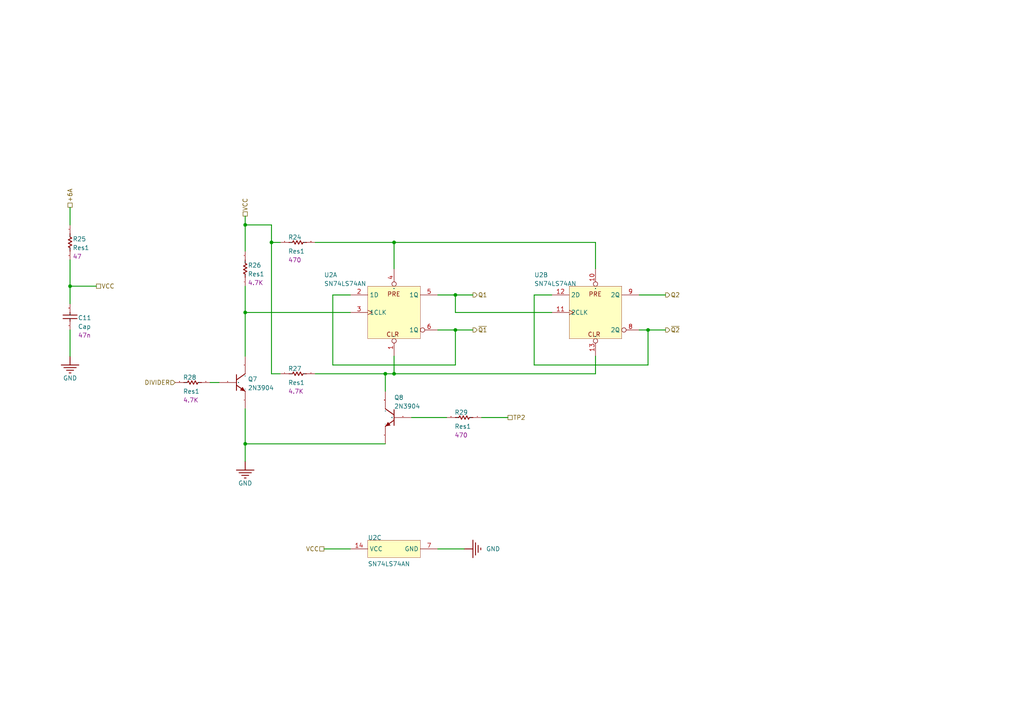
<source format=kicad_sch>
(kicad_sch (version 20230819) (generator eeschema)

  (uuid 762fe07d-3676-43fc-ba1c-93073a51989e)

  (paper "A4")

  (lib_symbols
    (symbol "PortusHaywoodDecoder_Divider-altium-import:GND" (power) (exclude_from_sim no) (in_bom yes) (on_board yes)
      (property "Reference" "#PWR" (at 0 0 0)
        (effects (font (size 1.27 1.27)))
      )
      (property "Value" "GND" (at 0 6.35 0)
        (effects (font (size 1.27 1.27)))
      )
      (property "Footprint" "" (at 0 0 0)
        (effects (font (size 1.27 1.27)) hide)
      )
      (property "Datasheet" "" (at 0 0 0)
        (effects (font (size 1.27 1.27)) hide)
      )
      (property "Description" "Power symbol creates a global label with name 'GND'" (at 0 0 0)
        (effects (font (size 1.27 1.27)) hide)
      )
      (property "ki_keywords" "power-flag" (at 0 0 0)
        (effects (font (size 1.27 1.27)) hide)
      )
      (symbol "GND_0_0"
        (polyline
          (pts
            (xy -2.54 -2.54)
            (xy 2.54 -2.54)
          )
          (stroke (width 0.254) (type solid))
          (fill (type none))
        )
        (polyline
          (pts
            (xy -1.778 -3.302)
            (xy 1.778 -3.302)
          )
          (stroke (width 0.254) (type solid))
          (fill (type none))
        )
        (polyline
          (pts
            (xy -1.016 -4.064)
            (xy 1.016 -4.064)
          )
          (stroke (width 0.254) (type solid))
          (fill (type none))
        )
        (polyline
          (pts
            (xy -0.254 -4.826)
            (xy 0.254 -4.826)
          )
          (stroke (width 0.254) (type solid))
          (fill (type none))
        )
        (polyline
          (pts
            (xy 0 0)
            (xy 0 -2.54)
          )
          (stroke (width 0.254) (type solid))
          (fill (type none))
        )
        (pin power_in line (at 0 0 0) (length 0) hide
          (name "GND" (effects (font (size 1.27 1.27))))
          (number "" (effects (font (size 1.27 1.27))))
        )
      )
    )
    (symbol "PortusHaywoodDecoder_Divider-altium-import:root_0_2N3904" (exclude_from_sim no) (in_bom yes) (on_board yes)
      (property "Reference" "" (at 0 0 0)
        (effects (font (size 1.27 1.27)))
      )
      (property "Value" "" (at 0 0 0)
        (effects (font (size 1.27 1.27)))
      )
      (property "Footprint" "" (at 0 0 0)
        (effects (font (size 1.27 1.27)) hide)
      )
      (property "Datasheet" "" (at 0 0 0)
        (effects (font (size 1.27 1.27)) hide)
      )
      (property "Description" "NPN General Purpose Amplifier" (at 0 0 0)
        (effects (font (size 1.27 1.27)) hide)
      )
      (property "ki_fp_filters" "TO-92A" (at 0 0 0)
        (effects (font (size 1.27 1.27)) hide)
      )
      (symbol "root_0_2N3904_1_0"
        (polyline
          (pts
            (xy 0 -3.302)
            (xy 2.54 -5.08)
          )
          (stroke (width 0.254) (type solid))
          (fill (type none))
        )
        (polyline
          (pts
            (xy 0 -0.254)
            (xy 0 -4.826)
          )
          (stroke (width 0.254) (type solid))
          (fill (type none))
        )
        (polyline
          (pts
            (xy 2.54 0)
            (xy 0 -1.778)
          )
          (stroke (width 0.254) (type solid))
          (fill (type none))
        )
        (polyline
          (pts
            (xy 2.54 -5.08)
            (xy 1.778 -3.81)
            (xy 1.016 -4.826)
            (xy 2.54 -5.08)
          )
          (stroke (width -0.0001) (type solid))
          (fill (type outline))
        )
        (pin passive line (at 2.54 -10.16 90) (length 5.08)
          (name "E" (effects (font (size 0.0254 0.0254))))
          (number "1" (effects (font (size 0.0254 0.0254))))
        )
        (pin passive line (at -5.08 -2.54 0) (length 5.08)
          (name "B" (effects (font (size 0.0254 0.0254))))
          (number "2" (effects (font (size 0.0254 0.0254))))
        )
        (pin passive line (at 2.54 5.08 270) (length 5.08)
          (name "C" (effects (font (size 0.0254 0.0254))))
          (number "3" (effects (font (size 0.0254 0.0254))))
        )
      )
    )
    (symbol "PortusHaywoodDecoder_Divider-altium-import:root_0_Res1" (exclude_from_sim no) (in_bom yes) (on_board yes)
      (property "Reference" "" (at 0 0 0)
        (effects (font (size 1.27 1.27)))
      )
      (property "Value" "" (at 0 0 0)
        (effects (font (size 1.27 1.27)))
      )
      (property "Footprint" "" (at 0 0 0)
        (effects (font (size 1.27 1.27)) hide)
      )
      (property "Datasheet" "" (at 0 0 0)
        (effects (font (size 1.27 1.27)) hide)
      )
      (property "Description" "Resistor" (at 0 0 0)
        (effects (font (size 1.27 1.27)) hide)
      )
      (property "ki_fp_filters" "AXIAL-0.3" (at 0 0 0)
        (effects (font (size 1.27 1.27)) hide)
      )
      (symbol "root_0_Res1_1_0"
        (polyline
          (pts
            (xy 5.08 -2.54)
            (xy 4.064 -2.54)
            (xy 3.81 -3.048)
            (xy 3.302 -2.032)
            (xy 2.794 -3.048)
            (xy 2.286 -2.032)
            (xy 1.778 -3.048)
            (xy 1.27 -2.032)
            (xy 1.016 -2.54)
            (xy 0 -2.54)
          )
          (stroke (width 0.254) (type solid))
          (fill (type none))
        )
        (pin passive line (at -2.54 -2.54 0) (length 2.54)
          (name "1" (effects (font (size 0.0254 0.0254))))
          (number "1" (effects (font (size 0.0254 0.0254))))
        )
        (pin passive line (at 7.62 -2.54 180) (length 2.54)
          (name "2" (effects (font (size 0.0254 0.0254))))
          (number "2" (effects (font (size 0.0254 0.0254))))
        )
      )
    )
    (symbol "PortusHaywoodDecoder_Divider-altium-import:root_0_TI-CD_SNX4XXXX74X-14" (exclude_from_sim no) (in_bom yes) (on_board yes)
      (property "Reference" "" (at 0 0 0)
        (effects (font (size 1.27 1.27)))
      )
      (property "Value" "" (at 0 0 0)
        (effects (font (size 1.27 1.27)))
      )
      (property "Footprint" "" (at 0 0 0)
        (effects (font (size 1.27 1.27)) hide)
      )
      (property "Datasheet" "" (at 0 0 0)
        (effects (font (size 1.27 1.27)) hide)
      )
      (property "Description" "Dual D-type pos.-edge-triggered flip-flops with preset and clear, N0014A, TUBE" (at 0 0 0)
        (effects (font (size 1.27 1.27)) hide)
      )
      (property "ki_fp_filters" "N0014A" (at 0 0 0)
        (effects (font (size 1.27 1.27)) hide)
      )
      (symbol "root_0_TI-CD_SNX4XXXX74X-14_1_0"
        (rectangle (start 15.24 0) (end 0 -15.24)
          (stroke (width 0.0254) (type solid) (color 128 0 0 1))
          (fill (type background))
        )
        (text "CLR" (at 5.334 -14.732 0)
          (effects (font (size 1.27 1.27)) (justify left bottom))
        )
        (text "PRE" (at 5.588 -3.048 0)
          (effects (font (size 1.27 1.27)) (justify left bottom))
        )
        (pin input inverted (at 7.62 -20.32 90) (length 5.08)
          (name "1~{CLR}" (effects (font (size 0.0254 0.0254))))
          (number "1" (effects (font (size 1.27 1.27))))
        )
        (pin input line (at -5.08 -2.54 0) (length 5.08)
          (name "1D" (effects (font (size 1.27 1.27))))
          (number "2" (effects (font (size 1.27 1.27))))
        )
        (pin input clock (at -5.08 -7.62 0) (length 5.08)
          (name "1CLK" (effects (font (size 1.27 1.27))))
          (number "3" (effects (font (size 1.27 1.27))))
        )
        (pin input inverted (at 7.62 5.08 270) (length 5.08)
          (name "1~{PRE}" (effects (font (size 0.0254 0.0254))))
          (number "4" (effects (font (size 1.27 1.27))))
        )
        (pin output line (at 20.32 -2.54 180) (length 5.08)
          (name "1Q" (effects (font (size 1.27 1.27))))
          (number "5" (effects (font (size 1.27 1.27))))
        )
        (pin output inverted (at 20.32 -12.7 180) (length 5.08)
          (name "1Q" (effects (font (size 1.27 1.27))))
          (number "6" (effects (font (size 1.27 1.27))))
        )
      )
      (symbol "root_0_TI-CD_SNX4XXXX74X-14_2_0"
        (rectangle (start 15.24 0) (end 0 -15.24)
          (stroke (width 0.0254) (type solid) (color 128 0 0 1))
          (fill (type background))
        )
        (text "CLR" (at 5.334 -14.732 0)
          (effects (font (size 1.27 1.27)) (justify left bottom))
        )
        (text "PRE" (at 5.588 -3.048 0)
          (effects (font (size 1.27 1.27)) (justify left bottom))
        )
        (pin input inverted (at 7.62 5.08 270) (length 5.08)
          (name "2~{PRE}" (effects (font (size 0.0254 0.0254))))
          (number "10" (effects (font (size 1.27 1.27))))
        )
        (pin input clock (at -5.08 -7.62 0) (length 5.08)
          (name "2CLK" (effects (font (size 1.27 1.27))))
          (number "11" (effects (font (size 1.27 1.27))))
        )
        (pin input line (at -5.08 -2.54 0) (length 5.08)
          (name "2D" (effects (font (size 1.27 1.27))))
          (number "12" (effects (font (size 1.27 1.27))))
        )
        (pin input inverted (at 7.62 -20.32 90) (length 5.08)
          (name "2~{CLR}" (effects (font (size 0.0254 0.0254))))
          (number "13" (effects (font (size 1.27 1.27))))
        )
        (pin output inverted (at 20.32 -12.7 180) (length 5.08)
          (name "2Q" (effects (font (size 1.27 1.27))))
          (number "8" (effects (font (size 1.27 1.27))))
        )
        (pin output line (at 20.32 -2.54 180) (length 5.08)
          (name "2Q" (effects (font (size 1.27 1.27))))
          (number "9" (effects (font (size 1.27 1.27))))
        )
      )
      (symbol "root_0_TI-CD_SNX4XXXX74X-14_3_0"
        (rectangle (start 15.24 0) (end 0 -5.08)
          (stroke (width 0.0254) (type solid) (color 128 0 0 1))
          (fill (type background))
        )
        (pin power_in line (at -5.08 -2.54 0) (length 5.08)
          (name "VCC" (effects (font (size 1.27 1.27))))
          (number "14" (effects (font (size 1.27 1.27))))
        )
        (pin power_in line (at 20.32 -2.54 180) (length 5.08)
          (name "GND" (effects (font (size 1.27 1.27))))
          (number "7" (effects (font (size 1.27 1.27))))
        )
      )
    )
    (symbol "PortusHaywoodDecoder_Divider-altium-import:root_0_mirrored_2N3904" (exclude_from_sim no) (in_bom yes) (on_board yes)
      (property "Reference" "" (at 0 0 0)
        (effects (font (size 1.27 1.27)))
      )
      (property "Value" "" (at 0 0 0)
        (effects (font (size 1.27 1.27)))
      )
      (property "Footprint" "" (at 0 0 0)
        (effects (font (size 1.27 1.27)) hide)
      )
      (property "Datasheet" "" (at 0 0 0)
        (effects (font (size 1.27 1.27)) hide)
      )
      (property "Description" "NPN General Purpose Amplifier" (at 0 0 0)
        (effects (font (size 1.27 1.27)) hide)
      )
      (property "ki_fp_filters" "TO-92A" (at 0 0 0)
        (effects (font (size 1.27 1.27)) hide)
      )
      (symbol "root_0_mirrored_2N3904_1_0"
        (polyline
          (pts
            (xy -2.54 0)
            (xy 0 -1.778)
          )
          (stroke (width 0.254) (type solid))
          (fill (type none))
        )
        (polyline
          (pts
            (xy 0 -3.302)
            (xy -2.54 -5.08)
          )
          (stroke (width 0.254) (type solid))
          (fill (type none))
        )
        (polyline
          (pts
            (xy 0 -0.254)
            (xy 0 -4.826)
          )
          (stroke (width 0.254) (type solid))
          (fill (type none))
        )
        (polyline
          (pts
            (xy -2.54 -5.08)
            (xy -1.778 -3.81)
            (xy -1.016 -4.826)
            (xy -2.54 -5.08)
          )
          (stroke (width -0.0001) (type solid))
          (fill (type outline))
        )
        (pin passive line (at -2.54 -10.16 90) (length 5.08)
          (name "E" (effects (font (size 0.0254 0.0254))))
          (number "1" (effects (font (size 0.0254 0.0254))))
        )
        (pin passive line (at 5.08 -2.54 180) (length 5.08)
          (name "B" (effects (font (size 0.0254 0.0254))))
          (number "2" (effects (font (size 0.0254 0.0254))))
        )
        (pin passive line (at -2.54 5.08 270) (length 5.08)
          (name "C" (effects (font (size 0.0254 0.0254))))
          (number "3" (effects (font (size 0.0254 0.0254))))
        )
      )
    )
    (symbol "PortusHaywoodDecoder_Divider-altium-import:root_1_Cap" (exclude_from_sim no) (in_bom yes) (on_board yes)
      (property "Reference" "" (at 0 0 0)
        (effects (font (size 1.27 1.27)))
      )
      (property "Value" "" (at 0 0 0)
        (effects (font (size 1.27 1.27)))
      )
      (property "Footprint" "" (at 0 0 0)
        (effects (font (size 1.27 1.27)) hide)
      )
      (property "Datasheet" "" (at 0 0 0)
        (effects (font (size 1.27 1.27)) hide)
      )
      (property "Description" "Capacitor" (at 0 0 0)
        (effects (font (size 1.27 1.27)) hide)
      )
      (property "ki_fp_filters" "RAD-0.3" (at 0 0 0)
        (effects (font (size 1.27 1.27)) hide)
      )
      (symbol "root_1_Cap_1_0"
        (polyline
          (pts
            (xy 0.508 1.778)
            (xy 4.572 1.778)
          )
          (stroke (width 0.254) (type solid))
          (fill (type none))
        )
        (polyline
          (pts
            (xy 2.54 0)
            (xy 2.54 0.762)
          )
          (stroke (width 0.254) (type solid))
          (fill (type none))
        )
        (polyline
          (pts
            (xy 2.54 2.54)
            (xy 2.54 1.778)
          )
          (stroke (width 0.254) (type solid))
          (fill (type none))
        )
        (polyline
          (pts
            (xy 4.572 0.762)
            (xy 0.508 0.762)
          )
          (stroke (width 0.254) (type solid))
          (fill (type none))
        )
        (pin passive line (at 2.54 -2.54 90) (length 2.54)
          (name "1" (effects (font (size 0.0254 0.0254))))
          (number "1" (effects (font (size 0.0254 0.0254))))
        )
        (pin passive line (at 2.54 5.08 270) (length 2.54)
          (name "2" (effects (font (size 0.0254 0.0254))))
          (number "2" (effects (font (size 0.0254 0.0254))))
        )
      )
    )
    (symbol "PortusHaywoodDecoder_Divider-altium-import:root_1_Res1" (exclude_from_sim no) (in_bom yes) (on_board yes)
      (property "Reference" "" (at 0 0 0)
        (effects (font (size 1.27 1.27)))
      )
      (property "Value" "" (at 0 0 0)
        (effects (font (size 1.27 1.27)))
      )
      (property "Footprint" "" (at 0 0 0)
        (effects (font (size 1.27 1.27)) hide)
      )
      (property "Datasheet" "" (at 0 0 0)
        (effects (font (size 1.27 1.27)) hide)
      )
      (property "Description" "Resistor" (at 0 0 0)
        (effects (font (size 1.27 1.27)) hide)
      )
      (property "ki_fp_filters" "AXIAL-0.3" (at 0 0 0)
        (effects (font (size 1.27 1.27)) hide)
      )
      (symbol "root_1_Res1_1_0"
        (polyline
          (pts
            (xy 2.54 5.08)
            (xy 2.54 4.064)
            (xy 3.048 3.81)
            (xy 2.032 3.302)
            (xy 3.048 2.794)
            (xy 2.032 2.286)
            (xy 3.048 1.778)
            (xy 2.032 1.27)
            (xy 2.54 1.016)
            (xy 2.54 0)
          )
          (stroke (width 0.254) (type solid))
          (fill (type none))
        )
        (pin passive line (at 2.54 -2.54 90) (length 2.54)
          (name "1" (effects (font (size 0.0254 0.0254))))
          (number "1" (effects (font (size 0.0254 0.0254))))
        )
        (pin passive line (at 2.54 7.62 270) (length 2.54)
          (name "2" (effects (font (size 0.0254 0.0254))))
          (number "2" (effects (font (size 0.0254 0.0254))))
        )
      )
    )
  )

  (junction (at 187.96 95.7072) (diameter 0) (color 0 0 0 0)
    (uuid 0cc8e7ef-3ca8-4db4-9815-4f80f1f27397)
  )
  (junction (at 71.12 90.6272) (diameter 0) (color 0 0 0 0)
    (uuid 10d18365-e706-471e-967a-d9c5a7b38527)
  )
  (junction (at 78.74 70.3072) (diameter 0) (color 0 0 0 0)
    (uuid 1f71f63f-4d13-42a0-87aa-d34ee33ad785)
  )
  (junction (at 114.3 108.4072) (diameter 0) (color 0 0 0 0)
    (uuid 20777f0b-1e26-49f2-b403-b6421ddab161)
  )
  (junction (at 114.3 70.3072) (diameter 0) (color 0 0 0 0)
    (uuid 38b7a0f7-da43-43fa-841c-50e29be9ff00)
  )
  (junction (at 20.32 83.0072) (diameter 0) (color 0 0 0 0)
    (uuid 3f316312-cefe-4c10-8acb-b659a52aabd6)
  )
  (junction (at 71.12 65.2272) (diameter 0) (color 0 0 0 0)
    (uuid 73f4189e-c9a3-4614-b9f6-c41b372c65c9)
  )
  (junction (at 132.08 85.5472) (diameter 0) (color 0 0 0 0)
    (uuid add3f007-93a6-48fc-ae55-29ba4275cc5b)
  )
  (junction (at 111.76 108.4072) (diameter 0) (color 0 0 0 0)
    (uuid bf276449-ee82-406b-8007-a3bac6ba8738)
  )
  (junction (at 71.12 128.7272) (diameter 0) (color 0 0 0 0)
    (uuid e9758070-6472-4a6f-be54-caca862e3ffb)
  )
  (junction (at 132.08 95.7072) (diameter 0) (color 0 0 0 0)
    (uuid fb2f69f7-323d-4985-a637-eb6678ea7777)
  )

  (wire (pts (xy 71.12 133.8072) (xy 71.12 128.7272))
    (stroke (width 0.254) (type default))
    (uuid 0672d43c-8ea4-47a3-a10e-d0ad9501be48)
  )
  (wire (pts (xy 172.72 108.4072) (xy 172.72 103.3272))
    (stroke (width 0.254) (type default))
    (uuid 0822abc1-444c-4a2c-8364-bd08f57ef0a3)
  )
  (wire (pts (xy 91.44 108.4072) (xy 111.76 108.4072))
    (stroke (width 0.254) (type default))
    (uuid 0b9326c7-d152-430d-b64e-0fdcb6079c79)
  )
  (wire (pts (xy 132.08 95.7072) (xy 127 95.7072))
    (stroke (width 0.254) (type default))
    (uuid 0fe7dfde-2069-4b77-9d7d-d2863ff78243)
  )
  (wire (pts (xy 172.72 70.3072) (xy 172.72 77.9272))
    (stroke (width 0.254) (type default))
    (uuid 10023aa5-c4bc-47fb-a454-4c416c3cf98f)
  )
  (wire (pts (xy 71.12 72.8472) (xy 71.12 65.2272))
    (stroke (width 0.254) (type default))
    (uuid 1af04e9f-e8b7-4e34-ac30-524fae737d8d)
  )
  (wire (pts (xy 132.08 85.5472) (xy 132.08 90.6272))
    (stroke (width 0.254) (type default))
    (uuid 1ff45ca9-6a85-467e-884c-d265000ec115)
  )
  (wire (pts (xy 114.3 108.4072) (xy 172.72 108.4072))
    (stroke (width 0.254) (type default))
    (uuid 20e14be1-a617-4496-82cf-5e260d33892b)
  )
  (wire (pts (xy 154.94 105.8672) (xy 187.96 105.8672))
    (stroke (width 0.254) (type default))
    (uuid 294f47d1-47ee-425c-9c82-eaf195197ad3)
  )
  (wire (pts (xy 187.96 105.8672) (xy 187.96 95.7072))
    (stroke (width 0.254) (type default))
    (uuid 2ac015ae-7cca-4c28-9577-3217ddd28ef2)
  )
  (wire (pts (xy 71.12 118.5672) (xy 71.12 128.7272))
    (stroke (width 0.254) (type default))
    (uuid 2b3e2b82-1b7a-445b-adfa-5d3e36c06d30)
  )
  (wire (pts (xy 71.12 128.7272) (xy 111.76 128.7272))
    (stroke (width 0.254) (type default))
    (uuid 393cb895-a092-4439-bfc5-9b49c9ea91c5)
  )
  (wire (pts (xy 91.44 70.3072) (xy 114.3 70.3072))
    (stroke (width 0.254) (type default))
    (uuid 3d9d2507-5794-4ab8-bcc1-867665e52257)
  )
  (wire (pts (xy 78.74 70.3072) (xy 78.74 108.4072))
    (stroke (width 0.254) (type default))
    (uuid 3f7a8da8-7705-4b83-977a-b9232ff8e509)
  )
  (wire (pts (xy 114.3 77.9272) (xy 114.3 70.3072))
    (stroke (width 0.254) (type default))
    (uuid 457cca3c-23ee-4fa5-ab22-696c960bc876)
  )
  (wire (pts (xy 27.94 83.0072) (xy 20.32 83.0072))
    (stroke (width 0.254) (type default))
    (uuid 45ea2c86-4fa6-4da5-9c35-d79d7d62ba5e)
  )
  (wire (pts (xy 187.96 95.7072) (xy 185.42 95.7072))
    (stroke (width 0.254) (type default))
    (uuid 46d961dc-d71d-41ed-b841-c0fbf83c430e)
  )
  (wire (pts (xy 132.08 85.5472) (xy 137.16 85.5472))
    (stroke (width 0.254) (type default))
    (uuid 530e00e4-cc1c-4560-aa01-8f2f7424bc68)
  )
  (wire (pts (xy 127 85.5472) (xy 132.08 85.5472))
    (stroke (width 0.254) (type default))
    (uuid 58246932-84f2-4e74-826c-e9067bd9730d)
  )
  (wire (pts (xy 119.38 121.1072) (xy 129.54 121.1072))
    (stroke (width 0.254) (type default))
    (uuid 59ff1c70-688e-4e08-9f8d-6713be799c72)
  )
  (wire (pts (xy 78.74 65.2272) (xy 78.74 70.3072))
    (stroke (width 0.254) (type default))
    (uuid 5f821819-473a-4694-bbc9-a715e72316b2)
  )
  (wire (pts (xy 154.94 85.5472) (xy 154.94 105.8672))
    (stroke (width 0.254) (type default))
    (uuid 61c8b1f8-41af-45a8-9f2a-de6bbc69d681)
  )
  (wire (pts (xy 71.12 65.2272) (xy 78.74 65.2272))
    (stroke (width 0.254) (type default))
    (uuid 621f0070-ee98-4809-9cd7-176bdee2fbb4)
  )
  (wire (pts (xy 132.08 90.6272) (xy 160.02 90.6272))
    (stroke (width 0.254) (type default))
    (uuid 67411454-2e28-4202-a0df-1bbd1964b476)
  )
  (wire (pts (xy 114.3 70.3072) (xy 172.72 70.3072))
    (stroke (width 0.254) (type default))
    (uuid 6c019be2-8f2c-4003-b038-99d1a4e37874)
  )
  (wire (pts (xy 132.08 105.8672) (xy 132.08 95.7072))
    (stroke (width 0.254) (type default))
    (uuid 75fb8232-3735-402f-9590-0ca25c7b399f)
  )
  (wire (pts (xy 71.12 90.6272) (xy 101.6 90.6272))
    (stroke (width 0.254) (type default))
    (uuid 765f36b9-b617-48d8-a6a8-be5089de4ef6)
  )
  (wire (pts (xy 134.62 159.2072) (xy 127 159.2072))
    (stroke (width 0.254) (type default))
    (uuid 797a6bf6-5a3b-48f8-92dd-faaa0694d1ed)
  )
  (wire (pts (xy 132.08 95.7072) (xy 137.16 95.7072))
    (stroke (width 0.254) (type default))
    (uuid 7c0f7a3f-eb45-47fc-8bff-908fc2514f7c)
  )
  (wire (pts (xy 185.42 85.5472) (xy 193.04 85.5472))
    (stroke (width 0.254) (type default))
    (uuid 806aff0d-ac60-4aa9-a783-0703399ce849)
  )
  (wire (pts (xy 160.02 85.5472) (xy 154.94 85.5472))
    (stroke (width 0.254) (type default))
    (uuid 90e7df0c-ec66-4efe-87ad-485ad6d27e63)
  )
  (wire (pts (xy 139.7 121.1072) (xy 147.32 121.1072))
    (stroke (width 0.254) (type default))
    (uuid 912c13bc-4fd1-4e16-81c4-e4e1921246ed)
  )
  (wire (pts (xy 71.12 62.6872) (xy 71.12 65.2272))
    (stroke (width 0.254) (type default))
    (uuid 91e520c8-37b7-4cad-a919-485c630aa441)
  )
  (wire (pts (xy 96.52 105.8672) (xy 132.08 105.8672))
    (stroke (width 0.254) (type default))
    (uuid 9224ba70-e2bc-4908-b72a-ee97e7805ace)
  )
  (wire (pts (xy 101.6 85.5472) (xy 96.52 85.5472))
    (stroke (width 0.254) (type default))
    (uuid 93c632de-20cc-47cd-8478-a5d3f829266d)
  )
  (wire (pts (xy 93.98 159.2072) (xy 101.6 159.2072))
    (stroke (width 0.254) (type default))
    (uuid 97cff701-e728-4f56-9432-70b9e043af83)
  )
  (wire (pts (xy 20.32 75.3872) (xy 20.32 83.0072))
    (stroke (width 0.254) (type default))
    (uuid 98cfa911-0674-40a6-8dea-88160a01bb54)
  )
  (wire (pts (xy 96.52 85.5472) (xy 96.52 105.8672))
    (stroke (width 0.254) (type default))
    (uuid 9c363e32-b9a1-4f34-8bb4-f198cdce200f)
  )
  (wire (pts (xy 111.76 108.4072) (xy 111.76 113.4872))
    (stroke (width 0.254) (type default))
    (uuid a2011c36-5b62-4544-b87e-eeb28b11af53)
  )
  (wire (pts (xy 71.12 103.3272) (xy 71.12 90.6272))
    (stroke (width 0.254) (type default))
    (uuid b06e9ca6-7a83-4f5f-9c9f-f8e078024546)
  )
  (wire (pts (xy 20.32 83.0072) (xy 20.32 88.0872))
    (stroke (width 0.254) (type default))
    (uuid b5ae6433-86c7-4fe5-95d0-76febdf9bd9a)
  )
  (wire (pts (xy 78.74 70.3072) (xy 81.28 70.3072))
    (stroke (width 0.254) (type default))
    (uuid cb5a8f83-1c82-4672-9287-b70699b2ceba)
  )
  (wire (pts (xy 20.32 60.1472) (xy 20.32 65.2272))
    (stroke (width 0.254) (type default))
    (uuid cdde13c6-36fe-4ecb-9005-efdc87337511)
  )
  (wire (pts (xy 60.96 110.9472) (xy 63.5 110.9472))
    (stroke (width 0.254) (type default))
    (uuid d37b4260-5c56-41e2-b063-d13ae69b0278)
  )
  (wire (pts (xy 111.76 108.4072) (xy 114.3 108.4072))
    (stroke (width 0.254) (type default))
    (uuid d38e1522-d9bf-42a7-8e9f-7f45c40f1bbb)
  )
  (wire (pts (xy 78.74 108.4072) (xy 81.28 108.4072))
    (stroke (width 0.254) (type default))
    (uuid db5b473c-1170-42eb-9e28-fd679596d37f)
  )
  (wire (pts (xy 71.12 83.0072) (xy 71.12 90.6272))
    (stroke (width 0.254) (type default))
    (uuid e4a0e723-263e-4978-8460-eaa4fc266c6f)
  )
  (wire (pts (xy 20.32 103.3272) (xy 20.32 95.7072))
    (stroke (width 0.254) (type default))
    (uuid e6aade24-fbae-4e7d-864e-da8e32c1c4ca)
  )
  (wire (pts (xy 187.96 95.7072) (xy 193.04 95.7072))
    (stroke (width 0.254) (type default))
    (uuid f46ec0d2-9c3a-46b7-bfb1-f006f9a9a321)
  )
  (wire (pts (xy 114.3 103.3272) (xy 114.3 108.4072))
    (stroke (width 0.254) (type default))
    (uuid fe54e45b-7365-4ec0-aa5f-828d11ac2729)
  )

  (hierarchical_label "TP2" (shape passive) (at 147.32 121.1072 0) (fields_autoplaced)
    (effects (font (size 1.27 1.27)) (justify left))
    (uuid 09b4f0b4-6cf8-4998-ac7f-bf736f54a6e9)
  )
  (hierarchical_label "VCC" (shape passive) (at 93.98 159.2072 180) (fields_autoplaced)
    (effects (font (size 1.27 1.27)) (justify right))
    (uuid 25b6a7ef-e4f0-4cec-b298-16590e5deb75)
  )
  (hierarchical_label "VCC" (shape passive) (at 27.94 83.0072 0) (fields_autoplaced)
    (effects (font (size 1.27 1.27)) (justify left))
    (uuid 2b02c0cb-ae39-408b-9bd0-42259245b2e7)
  )
  (hierarchical_label "VCC" (shape passive) (at 71.12 62.6872 90) (fields_autoplaced)
    (effects (font (size 1.27 1.27)) (justify left))
    (uuid 34872d76-eb35-4c44-ba64-58178b716ca8)
  )
  (hierarchical_label "~{Q2}" (shape output) (at 193.04 95.7072 0) (fields_autoplaced)
    (effects (font (size 1.27 1.27)) (justify left))
    (uuid 3538aa4c-f5cb-40d9-b82b-a875ee9d0ae0)
  )
  (hierarchical_label "~{Q1}" (shape output) (at 137.16 95.7072 0) (fields_autoplaced)
    (effects (font (size 1.27 1.27)) (justify left))
    (uuid 6fed6d66-0cdc-4e74-889c-fde7cec91086)
  )
  (hierarchical_label "Q2" (shape output) (at 193.04 85.5472 0) (fields_autoplaced)
    (effects (font (size 1.27 1.27)) (justify left))
    (uuid a11ca94f-f584-4da3-a27d-b34f0616becb)
  )
  (hierarchical_label "+6A" (shape passive) (at 20.32 60.1472 90) (fields_autoplaced)
    (effects (font (size 1.27 1.27)) (justify left))
    (uuid c95b71e2-6bdc-473c-917e-18a8e06187df)
  )
  (hierarchical_label "DIVIDER" (shape input) (at 50.8 110.9472 180) (fields_autoplaced)
    (effects (font (size 1.27 1.27)) (justify right))
    (uuid d1ef9651-7545-48db-bbf8-9fd4a615c467)
  )
  (hierarchical_label "Q1" (shape output) (at 137.16 85.5472 0) (fields_autoplaced)
    (effects (font (size 1.27 1.27)) (justify left))
    (uuid f80e4c92-8f74-47cc-a1f2-5719af2f66f6)
  )

  (symbol (lib_id "PortusHaywoodDecoder_Divider-altium-import:GND") (at 134.62 159.2072 90) (unit 1)
    (exclude_from_sim no) (in_bom yes) (on_board yes) (dnp no)
    (uuid 010ccc28-cb05-4328-adc8-662c81559cd6)
    (property "Reference" "#PWR?" (at 134.62 159.2072 0)
      (effects (font (size 1.27 1.27)) hide)
    )
    (property "Value" "GND" (at 140.97 159.2072 90)
      (effects (font (size 1.27 1.27)) (justify right))
    )
    (property "Footprint" "" (at 134.62 159.2072 0)
      (effects (font (size 1.27 1.27)) hide)
    )
    (property "Datasheet" "" (at 134.62 159.2072 0)
      (effects (font (size 1.27 1.27)) hide)
    )
    (property "Description" "" (at 134.62 159.2072 0)
      (effects (font (size 1.27 1.27)) hide)
    )
    (pin "" (uuid 8b883ce3-ecf4-44e3-8ff5-1c7e4808050d))
    (instances
      (project "PortusHaywoodDecoder_Divider"
        (path "/762fe07d-3676-43fc-ba1c-93073a51989e"
          (reference "#PWR?") (unit 1)
        )
      )
    )
  )

  (symbol (lib_id "PortusHaywoodDecoder_Divider-altium-import:root_0_mirrored_2N3904") (at 114.3 118.5672 0) (unit 1)
    (exclude_from_sim no) (in_bom yes) (on_board yes) (dnp no)
    (uuid 6a2f2b07-0c55-4d4e-8a40-120907e093fb)
    (property "Reference" "Q8" (at 114.3 116.0272 0)
      (effects (font (size 1.27 1.27)) (justify left bottom))
    )
    (property "Value" "2N3904" (at 114.3 118.5672 0)
      (effects (font (size 1.27 1.27)) (justify left bottom))
    )
    (property "Footprint" "TO-92A" (at 114.3 118.5672 0)
      (effects (font (size 1.27 1.27)) hide)
    )
    (property "Datasheet" "" (at 114.3 118.5672 0)
      (effects (font (size 1.27 1.27)) hide)
    )
    (property "Description" "" (at 114.3 118.5672 0)
      (effects (font (size 1.27 1.27)) hide)
    )
    (property "PUBLISHED" "8-Jun-2000" (at 110.998 112.9792 0)
      (effects (font (size 1.27 1.27)) (justify left bottom) hide)
    )
    (property "LATESTREVISIONDATE" "15-Jan-2003" (at 110.998 112.9792 0)
      (effects (font (size 1.27 1.27)) (justify left bottom) hide)
    )
    (property "LATESTREVISIONNOTE" "PCB Footprint 'BCY-W3/D4.7' replaced" (at 110.998 112.9792 0)
      (effects (font (size 1.27 1.27)) (justify left bottom) hide)
    )
    (property "DATASHEETVERSION" "1997" (at 110.998 112.9792 0)
      (effects (font (size 1.27 1.27)) (justify left bottom) hide)
    )
    (property "PACKAGEVERSION" "Sep-1998" (at 110.998 112.9792 0)
      (effects (font (size 1.27 1.27)) (justify left bottom) hide)
    )
    (property "PACKAGEREFERENCE" "TO-92A" (at 110.998 112.9792 0)
      (effects (font (size 1.27 1.27)) (justify left bottom) hide)
    )
    (property "PUBLISHER" "Altium Limited" (at 110.998 112.9792 0)
      (effects (font (size 1.27 1.27)) (justify left bottom) hide)
    )
    (property "PACKAGEDESCRIPTION" "TO, Flat Index; 3 In-Line, Axial Leads; Body Dia. 4.5mm; Leads 0.51 x 0.48 mm (max)" (at 110.998 112.9792 0)
      (effects (font (size 1.27 1.27)) (justify left bottom) hide)
    )
    (property "COMPONENTLINK1DESCRIPTION" "Manufacturer Link" (at 110.998 112.9792 0)
      (effects (font (size 1.27 1.27)) (justify left bottom) hide)
    )
    (property "COMPONENTLINK1URL" "http://www.fairchildsemi.com/" (at 110.998 112.9792 0)
      (effects (font (size 1.27 1.27)) (justify left bottom) hide)
    )
    (property "COMPONENTLINK2DESCRIPTION" "Datasheet" (at 110.998 112.9792 0)
      (effects (font (size 1.27 1.27)) (justify left bottom) hide)
    )
    (property "COMPONENTLINK2URL" "http://www.fairchildsemi.com/ds/2N%2F2N3904.pdf" (at 110.998 112.9792 0)
      (effects (font (size 1.27 1.27)) (justify left bottom) hide)
    )
    (pin "3" (uuid 9c61bbfd-03fd-4de5-9992-30fffce41c53))
    (pin "2" (uuid f25745db-1c79-4b39-8085-f78e865ca138))
    (pin "1" (uuid ea7d9a5e-e1a4-4bae-a66b-c4de80208125))
    (instances
      (project "PortusHaywoodDecoder_Divider"
        (path "/762fe07d-3676-43fc-ba1c-93073a51989e"
          (reference "Q8") (unit 1)
        )
      )
    )
  )

  (symbol (lib_id "PortusHaywoodDecoder_Divider-altium-import:root_0_Res1") (at 83.82 67.7672 0) (unit 1)
    (exclude_from_sim no) (in_bom yes) (on_board yes) (dnp no)
    (uuid 6b0e280f-d27c-4b3a-a9df-554cf3c3e09f)
    (property "Reference" "R24" (at 83.566 69.5452 0)
      (effects (font (size 1.27 1.27)) (justify left bottom))
    )
    (property "Value" "Res1" (at 83.566 73.6092 0)
      (effects (font (size 1.27 1.27)) (justify left bottom))
    )
    (property "Footprint" "AXIAL-0.3" (at 83.82 67.7672 0)
      (effects (font (size 1.27 1.27)) hide)
    )
    (property "Datasheet" "" (at 83.82 67.7672 0)
      (effects (font (size 1.27 1.27)) hide)
    )
    (property "Description" "" (at 83.82 67.7672 0)
      (effects (font (size 1.27 1.27)) hide)
    )
    (property "PUBLISHED" "8-Jun-2000" (at 83.82 67.7672 0)
      (effects (font (size 1.27 1.27)) (justify left bottom) hide)
    )
    (property "LATESTREVISIONDATE" "17-Jul-2002" (at 83.82 67.7672 0)
      (effects (font (size 1.27 1.27)) (justify left bottom) hide)
    )
    (property "LATESTREVISIONNOTE" "Re-released for DXP Platform." (at 83.82 67.7672 0)
      (effects (font (size 1.27 1.27)) (justify left bottom) hide)
    )
    (property "PACKAGEREFERENCE" "AXIAL-0.3" (at 83.82 67.7672 0)
      (effects (font (size 1.27 1.27)) (justify left bottom) hide)
    )
    (property "PUBLISHER" "Altium Limited" (at 83.82 67.7672 0)
      (effects (font (size 1.27 1.27)) (justify left bottom) hide)
    )
    (property "PACKAGEDESCRIPTION" "Axial Device, Thru-Hole; 2 Leads; 0.3 in Pin Spacing" (at 83.82 67.7672 0)
      (effects (font (size 1.27 1.27)) (justify left bottom) hide)
    )
    (property "ALTIUM_VALUE" "470" (at 83.566 76.1492 0)
      (effects (font (size 1.27 1.27)) (justify left bottom))
    )
    (pin "2" (uuid f99aebbf-a776-47bd-8574-df10f38c7fc5))
    (pin "1" (uuid 7f1096ca-eb28-4008-bbb0-ea45c2f6d56c))
    (instances
      (project "PortusHaywoodDecoder_Divider"
        (path "/762fe07d-3676-43fc-ba1c-93073a51989e"
          (reference "R24") (unit 1)
        )
      )
    )
  )

  (symbol (lib_id "PortusHaywoodDecoder_Divider-altium-import:GND") (at 20.32 103.3272 0) (unit 1)
    (exclude_from_sim no) (in_bom yes) (on_board yes) (dnp no)
    (uuid 84c370e4-7659-49b4-8170-a166eef63478)
    (property "Reference" "#PWR?" (at 20.32 103.3272 0)
      (effects (font (size 1.27 1.27)) hide)
    )
    (property "Value" "GND" (at 20.32 109.6772 0)
      (effects (font (size 1.27 1.27)))
    )
    (property "Footprint" "" (at 20.32 103.3272 0)
      (effects (font (size 1.27 1.27)) hide)
    )
    (property "Datasheet" "" (at 20.32 103.3272 0)
      (effects (font (size 1.27 1.27)) hide)
    )
    (property "Description" "" (at 20.32 103.3272 0)
      (effects (font (size 1.27 1.27)) hide)
    )
    (pin "" (uuid f6116bce-71b4-4613-87ab-05e2969a67c9))
    (instances
      (project "PortusHaywoodDecoder_Divider"
        (path "/762fe07d-3676-43fc-ba1c-93073a51989e"
          (reference "#PWR?") (unit 1)
        )
      )
    )
  )

  (symbol (lib_id "PortusHaywoodDecoder_Divider-altium-import:root_0_2N3904") (at 68.58 108.4072 0) (unit 1)
    (exclude_from_sim no) (in_bom yes) (on_board yes) (dnp no)
    (uuid 8d1eff5e-98cc-476f-8d0c-0f85cbba6d5c)
    (property "Reference" "Q7" (at 71.882 110.6932 0)
      (effects (font (size 1.27 1.27)) (justify left bottom))
    )
    (property "Value" "2N3904" (at 71.882 113.2332 0)
      (effects (font (size 1.27 1.27)) (justify left bottom))
    )
    (property "Footprint" "TO-92A" (at 68.58 108.4072 0)
      (effects (font (size 1.27 1.27)) hide)
    )
    (property "Datasheet" "" (at 68.58 108.4072 0)
      (effects (font (size 1.27 1.27)) hide)
    )
    (property "Description" "" (at 68.58 108.4072 0)
      (effects (font (size 1.27 1.27)) hide)
    )
    (property "PUBLISHED" "8-Jun-2000" (at 68.58 108.4072 0)
      (effects (font (size 1.27 1.27)) (justify left bottom) hide)
    )
    (property "LATESTREVISIONDATE" "15-Jan-2003" (at 68.58 108.4072 0)
      (effects (font (size 1.27 1.27)) (justify left bottom) hide)
    )
    (property "LATESTREVISIONNOTE" "PCB Footprint 'BCY-W3/D4.7' replaced" (at 68.58 108.4072 0)
      (effects (font (size 1.27 1.27)) (justify left bottom) hide)
    )
    (property "DATASHEETVERSION" "1997" (at 68.58 108.4072 0)
      (effects (font (size 1.27 1.27)) (justify left bottom) hide)
    )
    (property "PACKAGEVERSION" "Sep-1998" (at 68.58 108.4072 0)
      (effects (font (size 1.27 1.27)) (justify left bottom) hide)
    )
    (property "PACKAGEREFERENCE" "TO-92A" (at 68.58 108.4072 0)
      (effects (font (size 1.27 1.27)) (justify left bottom) hide)
    )
    (property "PUBLISHER" "Altium Limited" (at 68.58 108.4072 0)
      (effects (font (size 1.27 1.27)) (justify left bottom) hide)
    )
    (property "PACKAGEDESCRIPTION" "TO, Flat Index; 3 In-Line, Axial Leads; Body Dia. 4.5mm; Leads 0.51 x 0.48 mm (max)" (at 68.58 108.4072 0)
      (effects (font (size 1.27 1.27)) (justify left bottom) hide)
    )
    (property "COMPONENTLINK1DESCRIPTION" "Manufacturer Link" (at 68.58 108.4072 0)
      (effects (font (size 1.27 1.27)) (justify left bottom) hide)
    )
    (property "COMPONENTLINK1URL" "http://www.fairchildsemi.com/" (at 68.58 108.4072 0)
      (effects (font (size 1.27 1.27)) (justify left bottom) hide)
    )
    (property "COMPONENTLINK2DESCRIPTION" "Datasheet" (at 68.58 108.4072 0)
      (effects (font (size 1.27 1.27)) (justify left bottom) hide)
    )
    (property "COMPONENTLINK2URL" "http://www.fairchildsemi.com/ds/2N%2F2N3904.pdf" (at 68.58 108.4072 0)
      (effects (font (size 1.27 1.27)) (justify left bottom) hide)
    )
    (pin "3" (uuid 8fe56016-dc34-4ee1-8c7f-8d179223f197))
    (pin "2" (uuid b21ac5a1-d375-424d-9dcb-45a4f71b3c29))
    (pin "1" (uuid 6d30ce61-6daa-4e97-905a-43ff33750ca9))
    (instances
      (project "PortusHaywoodDecoder_Divider"
        (path "/762fe07d-3676-43fc-ba1c-93073a51989e"
          (reference "Q7") (unit 1)
        )
      )
    )
  )

  (symbol (lib_id "PortusHaywoodDecoder_Divider-altium-import:root_0_Res1") (at 53.34 108.4072 0) (unit 1)
    (exclude_from_sim no) (in_bom yes) (on_board yes) (dnp no)
    (uuid aa82569b-e07f-4a75-bff3-2ca107eb02b5)
    (property "Reference" "R28" (at 53.086 110.1852 0)
      (effects (font (size 1.27 1.27)) (justify left bottom))
    )
    (property "Value" "Res1" (at 53.086 114.2492 0)
      (effects (font (size 1.27 1.27)) (justify left bottom))
    )
    (property "Footprint" "AXIAL-0.3" (at 53.34 108.4072 0)
      (effects (font (size 1.27 1.27)) hide)
    )
    (property "Datasheet" "" (at 53.34 108.4072 0)
      (effects (font (size 1.27 1.27)) hide)
    )
    (property "Description" "" (at 53.34 108.4072 0)
      (effects (font (size 1.27 1.27)) hide)
    )
    (property "PUBLISHED" "8-Jun-2000" (at 53.34 108.4072 0)
      (effects (font (size 1.27 1.27)) (justify left bottom) hide)
    )
    (property "LATESTREVISIONDATE" "17-Jul-2002" (at 53.34 108.4072 0)
      (effects (font (size 1.27 1.27)) (justify left bottom) hide)
    )
    (property "LATESTREVISIONNOTE" "Re-released for DXP Platform." (at 53.34 108.4072 0)
      (effects (font (size 1.27 1.27)) (justify left bottom) hide)
    )
    (property "PACKAGEREFERENCE" "AXIAL-0.3" (at 53.34 108.4072 0)
      (effects (font (size 1.27 1.27)) (justify left bottom) hide)
    )
    (property "PUBLISHER" "Altium Limited" (at 53.34 108.4072 0)
      (effects (font (size 1.27 1.27)) (justify left bottom) hide)
    )
    (property "PACKAGEDESCRIPTION" "Axial Device, Thru-Hole; 2 Leads; 0.3 in Pin Spacing" (at 53.34 108.4072 0)
      (effects (font (size 1.27 1.27)) (justify left bottom) hide)
    )
    (property "ALTIUM_VALUE" "4.7K" (at 53.086 116.7892 0)
      (effects (font (size 1.27 1.27)) (justify left bottom))
    )
    (pin "1" (uuid 18482bc7-fdad-497c-8fc8-a3c7e8b339ec))
    (pin "2" (uuid 6b67d900-bbfc-4b96-b113-4da737349853))
    (instances
      (project "PortusHaywoodDecoder_Divider"
        (path "/762fe07d-3676-43fc-ba1c-93073a51989e"
          (reference "R28") (unit 1)
        )
      )
    )
  )

  (symbol (lib_id "PortusHaywoodDecoder_Divider-altium-import:root_1_Res1") (at 17.78 72.8472 0) (unit 1)
    (exclude_from_sim no) (in_bom yes) (on_board yes) (dnp no)
    (uuid aabc74b2-c9e1-4752-9313-956daa870d69)
    (property "Reference" "R25" (at 21.082 70.0532 0)
      (effects (font (size 1.27 1.27)) (justify left bottom))
    )
    (property "Value" "Res1" (at 21.082 72.5932 0)
      (effects (font (size 1.27 1.27)) (justify left bottom))
    )
    (property "Footprint" "AXIAL-0.3" (at 17.78 72.8472 0)
      (effects (font (size 1.27 1.27)) hide)
    )
    (property "Datasheet" "" (at 17.78 72.8472 0)
      (effects (font (size 1.27 1.27)) hide)
    )
    (property "Description" "" (at 17.78 72.8472 0)
      (effects (font (size 1.27 1.27)) hide)
    )
    (property "PUBLISHED" "8-Jun-2000" (at 19.558 64.7192 0)
      (effects (font (size 1.27 1.27)) (justify left bottom) hide)
    )
    (property "LATESTREVISIONDATE" "17-Jul-2002" (at 19.558 64.7192 0)
      (effects (font (size 1.27 1.27)) (justify left bottom) hide)
    )
    (property "LATESTREVISIONNOTE" "Re-released for DXP Platform." (at 19.558 64.7192 0)
      (effects (font (size 1.27 1.27)) (justify left bottom) hide)
    )
    (property "PACKAGEREFERENCE" "AXIAL-0.3" (at 19.558 64.7192 0)
      (effects (font (size 1.27 1.27)) (justify left bottom) hide)
    )
    (property "PUBLISHER" "Altium Limited" (at 19.558 64.7192 0)
      (effects (font (size 1.27 1.27)) (justify left bottom) hide)
    )
    (property "PACKAGEDESCRIPTION" "Axial Device, Thru-Hole; 2 Leads; 0.3 in Pin Spacing" (at 19.558 64.7192 0)
      (effects (font (size 1.27 1.27)) (justify left bottom) hide)
    )
    (property "ALTIUM_VALUE" "47" (at 21.082 75.1332 0)
      (effects (font (size 1.27 1.27)) (justify left bottom))
    )
    (pin "2" (uuid 585eb486-1611-4487-947a-3d65d18782c3))
    (pin "1" (uuid a10f551c-b2e0-40bd-a131-4271074cfe76))
    (instances
      (project "PortusHaywoodDecoder_Divider"
        (path "/762fe07d-3676-43fc-ba1c-93073a51989e"
          (reference "R25") (unit 1)
        )
      )
    )
  )

  (symbol (lib_id "PortusHaywoodDecoder_Divider-altium-import:root_1_Res1") (at 68.58 80.4672 0) (unit 1)
    (exclude_from_sim no) (in_bom yes) (on_board yes) (dnp no)
    (uuid b87ffcf8-ca24-47ee-ac0b-c08654e53b43)
    (property "Reference" "R26" (at 71.882 77.6732 0)
      (effects (font (size 1.27 1.27)) (justify left bottom))
    )
    (property "Value" "Res1" (at 71.882 80.2132 0)
      (effects (font (size 1.27 1.27)) (justify left bottom))
    )
    (property "Footprint" "AXIAL-0.3" (at 68.58 80.4672 0)
      (effects (font (size 1.27 1.27)) hide)
    )
    (property "Datasheet" "" (at 68.58 80.4672 0)
      (effects (font (size 1.27 1.27)) hide)
    )
    (property "Description" "" (at 68.58 80.4672 0)
      (effects (font (size 1.27 1.27)) hide)
    )
    (property "PUBLISHED" "8-Jun-2000" (at 70.358 72.3392 0)
      (effects (font (size 1.27 1.27)) (justify left bottom) hide)
    )
    (property "LATESTREVISIONDATE" "17-Jul-2002" (at 70.358 72.3392 0)
      (effects (font (size 1.27 1.27)) (justify left bottom) hide)
    )
    (property "LATESTREVISIONNOTE" "Re-released for DXP Platform." (at 70.358 72.3392 0)
      (effects (font (size 1.27 1.27)) (justify left bottom) hide)
    )
    (property "PACKAGEREFERENCE" "AXIAL-0.3" (at 70.358 72.3392 0)
      (effects (font (size 1.27 1.27)) (justify left bottom) hide)
    )
    (property "PUBLISHER" "Altium Limited" (at 70.358 72.3392 0)
      (effects (font (size 1.27 1.27)) (justify left bottom) hide)
    )
    (property "PACKAGEDESCRIPTION" "Axial Device, Thru-Hole; 2 Leads; 0.3 in Pin Spacing" (at 70.358 72.3392 0)
      (effects (font (size 1.27 1.27)) (justify left bottom) hide)
    )
    (property "ALTIUM_VALUE" "4.7K" (at 71.882 82.7532 0)
      (effects (font (size 1.27 1.27)) (justify left bottom))
    )
    (pin "2" (uuid 524781de-c00f-44dd-a80e-5bbfd826c50d))
    (pin "1" (uuid 20364e20-0b48-45e6-a6d1-f62613656cd1))
    (instances
      (project "PortusHaywoodDecoder_Divider"
        (path "/762fe07d-3676-43fc-ba1c-93073a51989e"
          (reference "R26") (unit 1)
        )
      )
    )
  )

  (symbol (lib_id "PortusHaywoodDecoder_Divider-altium-import:root_0_TI-CD_SNX4XXXX74X-14") (at 165.1 83.0072 0) (unit 2)
    (exclude_from_sim no) (in_bom yes) (on_board yes) (dnp no)
    (uuid bbcbd763-aec0-43af-93e6-60b62963aba1)
    (property "Reference" "U2" (at 154.94 80.4672 0)
      (effects (font (size 1.27 1.27)) (justify left bottom))
    )
    (property "Value" "SN74LS74AN" (at 154.94 83.0072 0)
      (effects (font (size 1.27 1.27)) (justify left bottom))
    )
    (property "Footprint" "N0014A" (at 165.1 83.0072 0)
      (effects (font (size 1.27 1.27)) hide)
    )
    (property "Datasheet" "" (at 165.1 83.0072 0)
      (effects (font (size 1.27 1.27)) hide)
    )
    (property "Description" "" (at 165.1 83.0072 0)
      (effects (font (size 1.27 1.27)) hide)
    )
    (property "OPERATING TEMPERATURE RANGE(C)" "0 to 70" (at 159.512 77.4192 0)
      (effects (font (size 1.27 1.27)) (justify left bottom) hide)
    )
    (property "VCC(MIN)(V)" "4.75" (at 159.512 77.4192 0)
      (effects (font (size 1.27 1.27)) (justify left bottom) hide)
    )
    (property "OUTPUT DRIVE (IOL/IOH)(MAX)(MA)" "8/-0.4" (at 159.512 77.4192 0)
      (effects (font (size 1.27 1.27)) (justify left bottom) hide)
    )
    (property "OUTPUT" "3S" (at 159.512 77.4192 0)
      (effects (font (size 1.27 1.27)) (justify left bottom) hide)
    )
    (property "VOLTAGE(NOM)(V)" "5" (at 159.512 77.4192 0)
      (effects (font (size 1.27 1.27)) (justify left bottom) hide)
    )
    (property "PACKAGEREFERENCE" "N0014A" (at 159.512 77.4192 0)
      (effects (font (size 1.27 1.27)) (justify left bottom) hide)
    )
    (property "F @ NOM VOLTAGE(MAX)(MHZ)" "35" (at 159.512 77.4192 0)
      (effects (font (size 1.27 1.27)) (justify left bottom) hide)
    )
    (property "INPUT TYPE" "TTL" (at 159.512 77.4192 0)
      (effects (font (size 1.27 1.27)) (justify left bottom) hide)
    )
    (property "OUTPUT TYPE" "TTL" (at 159.512 77.4192 0)
      (effects (font (size 1.27 1.27)) (justify left bottom) hide)
    )
    (property "CODE_JEDEC" "MS-001" (at 159.512 77.4192 0)
      (effects (font (size 1.27 1.27)) (justify left bottom) hide)
    )
    (property "OUTPUT LOGIC" "Inverted,Non-inverted" (at 159.512 77.4192 0)
      (effects (font (size 1.27 1.27)) (justify left bottom) hide)
    )
    (property "DATASHEETVERSION" "SDLS119" (at 159.512 77.4192 0)
      (effects (font (size 1.27 1.27)) (justify left bottom) hide)
    )
    (property "TPD @ NOM VOLTAGE(MAX)(NS)" "40" (at 159.512 77.4192 0)
      (effects (font (size 1.27 1.27)) (justify left bottom) hide)
    )
    (property "RATING" "Catalog" (at 159.512 77.4192 0)
      (effects (font (size 1.27 1.27)) (justify left bottom) hide)
    )
    (property "VCC(MAX)(V)" "5.25" (at 159.512 77.4192 0)
      (effects (font (size 1.27 1.27)) (justify left bottom) hide)
    )
    (property "ICC @ NOM VOLTAGE(MAX)(MA)" "8" (at 159.512 77.4192 0)
      (effects (font (size 1.27 1.27)) (justify left bottom) hide)
    )
    (property "GENERIC PART NUMBER" "SN74LS74A" (at 159.512 77.4192 0)
      (effects (font (size 1.27 1.27)) (justify left bottom) hide)
    )
    (property "SCHMITT TRIGGER" "No" (at 159.512 77.4192 0)
      (effects (font (size 1.27 1.27)) (justify left bottom) hide)
    )
    (property "BITS(#)" "2" (at 159.512 77.4192 0)
      (effects (font (size 1.27 1.27)) (justify left bottom) hide)
    )
    (property "3-STATE OUTPUT" "No" (at 159.512 77.4192 0)
      (effects (font (size 1.27 1.27)) (justify left bottom) hide)
    )
    (property "TECHNOLOGY FAMILY" "LS" (at 159.512 77.4192 0)
      (effects (font (size 1.27 1.27)) (justify left bottom) hide)
    )
    (property "MANUFACTURER" "Texas Instruments" (at 159.512 77.4192 0)
      (effects (font (size 1.27 1.27)) (justify left bottom) hide)
    )
    (pin "11" (uuid d75f3449-0189-438c-83ac-e84c31a73f8d))
    (pin "3" (uuid c7b1fa9a-d834-4410-b739-e0c78be521d4))
    (pin "5" (uuid 38a63cc4-0489-40d2-85d0-a02e70bcfd02))
    (pin "8" (uuid bfac808e-341b-48ae-93c2-785e815111b9))
    (pin "7" (uuid e352f3cb-2ca4-42af-8f9b-c840612fb18b))
    (pin "12" (uuid 517a295f-a9f1-46b1-921e-ad9cd6c01c5d))
    (pin "4" (uuid c6c901e3-1503-4f57-be04-6fe1e25d985b))
    (pin "13" (uuid 6d4f8951-f4e0-4868-85af-88baeefcd031))
    (pin "1" (uuid 630558b5-fdc0-4614-9c0e-694d11495a8c))
    (pin "14" (uuid abfeaa7a-be46-4093-b74e-f4017ec0601e))
    (pin "10" (uuid c275b7df-bb85-4acc-b41c-76f91a41083b))
    (pin "9" (uuid 0d3730a4-4bc6-437f-ace4-6ea815c60a9d))
    (pin "2" (uuid 711f1736-c470-4d6a-af42-a0a5dae1b99d))
    (pin "6" (uuid 7fd0e8b3-d443-44ff-9e59-7d956957accb))
    (instances
      (project "PortusHaywoodDecoder_Divider"
        (path "/762fe07d-3676-43fc-ba1c-93073a51989e"
          (reference "U2") (unit 2)
        )
      )
    )
  )

  (symbol (lib_id "PortusHaywoodDecoder_Divider-altium-import:root_0_TI-CD_SNX4XXXX74X-14") (at 106.68 83.0072 0) (unit 1)
    (exclude_from_sim no) (in_bom yes) (on_board yes) (dnp no)
    (uuid c0ee1bb5-4bb9-47dc-b203-3a24ce8b8eb7)
    (property "Reference" "U2" (at 93.98 80.4672 0)
      (effects (font (size 1.27 1.27)) (justify left bottom))
    )
    (property "Value" "SN74LS74AN" (at 93.98 83.0072 0)
      (effects (font (size 1.27 1.27)) (justify left bottom))
    )
    (property "Footprint" "N0014A" (at 106.68 83.0072 0)
      (effects (font (size 1.27 1.27)) hide)
    )
    (property "Datasheet" "" (at 106.68 83.0072 0)
      (effects (font (size 1.27 1.27)) hide)
    )
    (property "Description" "" (at 106.68 83.0072 0)
      (effects (font (size 1.27 1.27)) hide)
    )
    (property "OPERATING TEMPERATURE RANGE(C)" "0 to 70" (at 101.092 77.4192 0)
      (effects (font (size 1.27 1.27)) (justify left bottom) hide)
    )
    (property "VCC(MIN)(V)" "4.75" (at 101.092 77.4192 0)
      (effects (font (size 1.27 1.27)) (justify left bottom) hide)
    )
    (property "OUTPUT DRIVE (IOL/IOH)(MAX)(MA)" "8/-0.4" (at 101.092 77.4192 0)
      (effects (font (size 1.27 1.27)) (justify left bottom) hide)
    )
    (property "OUTPUT" "3S" (at 101.092 77.4192 0)
      (effects (font (size 1.27 1.27)) (justify left bottom) hide)
    )
    (property "VOLTAGE(NOM)(V)" "5" (at 101.092 77.4192 0)
      (effects (font (size 1.27 1.27)) (justify left bottom) hide)
    )
    (property "PACKAGEREFERENCE" "N0014A" (at 101.092 77.4192 0)
      (effects (font (size 1.27 1.27)) (justify left bottom) hide)
    )
    (property "F @ NOM VOLTAGE(MAX)(MHZ)" "35" (at 101.092 77.4192 0)
      (effects (font (size 1.27 1.27)) (justify left bottom) hide)
    )
    (property "INPUT TYPE" "TTL" (at 101.092 77.4192 0)
      (effects (font (size 1.27 1.27)) (justify left bottom) hide)
    )
    (property "OUTPUT TYPE" "TTL" (at 101.092 77.4192 0)
      (effects (font (size 1.27 1.27)) (justify left bottom) hide)
    )
    (property "CODE_JEDEC" "MS-001" (at 101.092 77.4192 0)
      (effects (font (size 1.27 1.27)) (justify left bottom) hide)
    )
    (property "OUTPUT LOGIC" "Inverted,Non-inverted" (at 101.092 77.4192 0)
      (effects (font (size 1.27 1.27)) (justify left bottom) hide)
    )
    (property "DATASHEETVERSION" "SDLS119" (at 101.092 77.4192 0)
      (effects (font (size 1.27 1.27)) (justify left bottom) hide)
    )
    (property "TPD @ NOM VOLTAGE(MAX)(NS)" "40" (at 101.092 77.4192 0)
      (effects (font (size 1.27 1.27)) (justify left bottom) hide)
    )
    (property "RATING" "Catalog" (at 101.092 77.4192 0)
      (effects (font (size 1.27 1.27)) (justify left bottom) hide)
    )
    (property "VCC(MAX)(V)" "5.25" (at 101.092 77.4192 0)
      (effects (font (size 1.27 1.27)) (justify left bottom) hide)
    )
    (property "ICC @ NOM VOLTAGE(MAX)(MA)" "8" (at 101.092 77.4192 0)
      (effects (font (size 1.27 1.27)) (justify left bottom) hide)
    )
    (property "GENERIC PART NUMBER" "SN74LS74A" (at 101.092 77.4192 0)
      (effects (font (size 1.27 1.27)) (justify left bottom) hide)
    )
    (property "SCHMITT TRIGGER" "No" (at 101.092 77.4192 0)
      (effects (font (size 1.27 1.27)) (justify left bottom) hide)
    )
    (property "BITS(#)" "2" (at 101.092 77.4192 0)
      (effects (font (size 1.27 1.27)) (justify left bottom) hide)
    )
    (property "3-STATE OUTPUT" "No" (at 101.092 77.4192 0)
      (effects (font (size 1.27 1.27)) (justify left bottom) hide)
    )
    (property "TECHNOLOGY FAMILY" "LS" (at 101.092 77.4192 0)
      (effects (font (size 1.27 1.27)) (justify left bottom) hide)
    )
    (property "MANUFACTURER" "Texas Instruments" (at 101.092 77.4192 0)
      (effects (font (size 1.27 1.27)) (justify left bottom) hide)
    )
    (pin "13" (uuid dc580cf4-91ab-4972-bb17-b5271331b858))
    (pin "6" (uuid ef9abe82-bcf4-4c7b-a7cf-702d5b802e01))
    (pin "8" (uuid c777adc8-b324-41ac-b81c-a1989d2a0594))
    (pin "12" (uuid 94ec1753-8041-4022-95f9-b63f9b2d290c))
    (pin "11" (uuid 8c02f248-13ee-442a-b17b-8dff95e09373))
    (pin "14" (uuid 2616dc5e-aac7-40f9-8834-493fd016ee0f))
    (pin "10" (uuid 95363d3f-9694-4dee-b5d6-5817a8e04b11))
    (pin "1" (uuid d022abf0-ad34-44e0-9b19-cdb809a08fd6))
    (pin "4" (uuid a420dc22-e27e-43df-969c-09200c9a4aad))
    (pin "7" (uuid 81e560a3-99f4-4750-a858-671df1e9c336))
    (pin "9" (uuid b1302b1b-3382-4fb9-9318-cdf185031307))
    (pin "2" (uuid 4e0dd69b-563a-40b1-bab9-6c410fa1d739))
    (pin "3" (uuid cfbb59d8-7847-4442-9dcc-2fa22a5a548a))
    (pin "5" (uuid a2d72b6e-ae7c-4e70-8c60-cd099793554f))
    (instances
      (project "PortusHaywoodDecoder_Divider"
        (path "/762fe07d-3676-43fc-ba1c-93073a51989e"
          (reference "U2") (unit 1)
        )
      )
    )
  )

  (symbol (lib_id "PortusHaywoodDecoder_Divider-altium-import:root_1_Cap") (at 17.78 93.1672 0) (unit 1)
    (exclude_from_sim no) (in_bom yes) (on_board yes) (dnp no)
    (uuid c8e424f6-0b45-4068-ab43-2bd37c4addab)
    (property "Reference" "C11" (at 22.606 92.9132 0)
      (effects (font (size 1.27 1.27)) (justify left bottom))
    )
    (property "Value" "Cap" (at 22.606 95.4532 0)
      (effects (font (size 1.27 1.27)) (justify left bottom))
    )
    (property "Footprint" "RAD-0.3" (at 17.78 93.1672 0)
      (effects (font (size 1.27 1.27)) hide)
    )
    (property "Datasheet" "" (at 17.78 93.1672 0)
      (effects (font (size 1.27 1.27)) hide)
    )
    (property "Description" "" (at 17.78 93.1672 0)
      (effects (font (size 1.27 1.27)) hide)
    )
    (property "PUBLISHED" "8-Jun-2000" (at 18.034 87.5792 0)
      (effects (font (size 1.27 1.27)) (justify left bottom) hide)
    )
    (property "LATESTREVISIONDATE" "17-Jul-2002" (at 18.034 87.5792 0)
      (effects (font (size 1.27 1.27)) (justify left bottom) hide)
    )
    (property "LATESTREVISIONNOTE" "Re-released for DXP Platform." (at 18.034 87.5792 0)
      (effects (font (size 1.27 1.27)) (justify left bottom) hide)
    )
    (property "PACKAGEREFERENCE" "RAD-0.3" (at 18.034 87.5792 0)
      (effects (font (size 1.27 1.27)) (justify left bottom) hide)
    )
    (property "PUBLISHER" "Altium Limited" (at 18.034 87.5792 0)
      (effects (font (size 1.27 1.27)) (justify left bottom) hide)
    )
    (property "PACKAGEDESCRIPTION" "Radial Cap, Thru-Hole; 2 Leads; 0.3 in Pin Spacing" (at 18.034 87.5792 0)
      (effects (font (size 1.27 1.27)) (justify left bottom) hide)
    )
    (property "ALTIUM_VALUE" "47n" (at 22.606 97.9932 0)
      (effects (font (size 1.27 1.27)) (justify left bottom))
    )
    (pin "1" (uuid d3181291-99dc-4fcc-8415-fe5c11ef4cd7))
    (pin "2" (uuid 65e48bcb-5218-487c-b233-13be32776f9f))
    (instances
      (project "PortusHaywoodDecoder_Divider"
        (path "/762fe07d-3676-43fc-ba1c-93073a51989e"
          (reference "C11") (unit 1)
        )
      )
    )
  )

  (symbol (lib_id "PortusHaywoodDecoder_Divider-altium-import:GND") (at 71.12 133.8072 0) (unit 1)
    (exclude_from_sim no) (in_bom yes) (on_board yes) (dnp no)
    (uuid cac91ee1-0196-4bd3-8625-52bd465f6f71)
    (property "Reference" "#PWR?" (at 71.12 133.8072 0)
      (effects (font (size 1.27 1.27)) hide)
    )
    (property "Value" "GND" (at 71.12 140.1572 0)
      (effects (font (size 1.27 1.27)))
    )
    (property "Footprint" "" (at 71.12 133.8072 0)
      (effects (font (size 1.27 1.27)) hide)
    )
    (property "Datasheet" "" (at 71.12 133.8072 0)
      (effects (font (size 1.27 1.27)) hide)
    )
    (property "Description" "" (at 71.12 133.8072 0)
      (effects (font (size 1.27 1.27)) hide)
    )
    (pin "" (uuid 6896156e-4f00-47bd-b91e-231675bcc427))
    (instances
      (project "PortusHaywoodDecoder_Divider"
        (path "/762fe07d-3676-43fc-ba1c-93073a51989e"
          (reference "#PWR?") (unit 1)
        )
      )
    )
  )

  (symbol (lib_id "PortusHaywoodDecoder_Divider-altium-import:root_0_TI-CD_SNX4XXXX74X-14") (at 106.68 156.6672 0) (unit 3)
    (exclude_from_sim no) (in_bom yes) (on_board yes) (dnp no)
    (uuid d3ae24eb-52e4-4812-af27-404826fec420)
    (property "Reference" "U2" (at 106.68 156.6672 0)
      (effects (font (size 1.27 1.27)) (justify left bottom))
    )
    (property "Value" "SN74LS74AN" (at 106.68 164.2872 0)
      (effects (font (size 1.27 1.27)) (justify left bottom))
    )
    (property "Footprint" "N0014A" (at 106.68 156.6672 0)
      (effects (font (size 1.27 1.27)) hide)
    )
    (property "Datasheet" "" (at 106.68 156.6672 0)
      (effects (font (size 1.27 1.27)) hide)
    )
    (property "Description" "" (at 106.68 156.6672 0)
      (effects (font (size 1.27 1.27)) hide)
    )
    (property "OPERATING TEMPERATURE RANGE(C)" "0 to 70" (at 101.092 151.0792 0)
      (effects (font (size 1.27 1.27)) (justify left bottom) hide)
    )
    (property "VCC(MIN)(V)" "4.75" (at 101.092 151.0792 0)
      (effects (font (size 1.27 1.27)) (justify left bottom) hide)
    )
    (property "OUTPUT DRIVE (IOL/IOH)(MAX)(MA)" "8/-0.4" (at 101.092 151.0792 0)
      (effects (font (size 1.27 1.27)) (justify left bottom) hide)
    )
    (property "OUTPUT" "3S" (at 101.092 151.0792 0)
      (effects (font (size 1.27 1.27)) (justify left bottom) hide)
    )
    (property "VOLTAGE(NOM)(V)" "5" (at 101.092 151.0792 0)
      (effects (font (size 1.27 1.27)) (justify left bottom) hide)
    )
    (property "PACKAGEREFERENCE" "N0014A" (at 101.092 151.0792 0)
      (effects (font (size 1.27 1.27)) (justify left bottom) hide)
    )
    (property "F @ NOM VOLTAGE(MAX)(MHZ)" "35" (at 101.092 151.0792 0)
      (effects (font (size 1.27 1.27)) (justify left bottom) hide)
    )
    (property "INPUT TYPE" "TTL" (at 101.092 151.0792 0)
      (effects (font (size 1.27 1.27)) (justify left bottom) hide)
    )
    (property "OUTPUT TYPE" "TTL" (at 101.092 151.0792 0)
      (effects (font (size 1.27 1.27)) (justify left bottom) hide)
    )
    (property "CODE_JEDEC" "MS-001" (at 101.092 151.0792 0)
      (effects (font (size 1.27 1.27)) (justify left bottom) hide)
    )
    (property "OUTPUT LOGIC" "Inverted,Non-inverted" (at 101.092 151.0792 0)
      (effects (font (size 1.27 1.27)) (justify left bottom) hide)
    )
    (property "DATASHEETVERSION" "SDLS119" (at 101.092 151.0792 0)
      (effects (font (size 1.27 1.27)) (justify left bottom) hide)
    )
    (property "TPD @ NOM VOLTAGE(MAX)(NS)" "40" (at 101.092 151.0792 0)
      (effects (font (size 1.27 1.27)) (justify left bottom) hide)
    )
    (property "RATING" "Catalog" (at 101.092 151.0792 0)
      (effects (font (size 1.27 1.27)) (justify left bottom) hide)
    )
    (property "VCC(MAX)(V)" "5.25" (at 101.092 151.0792 0)
      (effects (font (size 1.27 1.27)) (justify left bottom) hide)
    )
    (property "ICC @ NOM VOLTAGE(MAX)(MA)" "8" (at 101.092 151.0792 0)
      (effects (font (size 1.27 1.27)) (justify left bottom) hide)
    )
    (property "GENERIC PART NUMBER" "SN74LS74A" (at 101.092 151.0792 0)
      (effects (font (size 1.27 1.27)) (justify left bottom) hide)
    )
    (property "SCHMITT TRIGGER" "No" (at 101.092 151.0792 0)
      (effects (font (size 1.27 1.27)) (justify left bottom) hide)
    )
    (property "BITS(#)" "2" (at 101.092 151.0792 0)
      (effects (font (size 1.27 1.27)) (justify left bottom) hide)
    )
    (property "3-STATE OUTPUT" "No" (at 101.092 151.0792 0)
      (effects (font (size 1.27 1.27)) (justify left bottom) hide)
    )
    (property "TECHNOLOGY FAMILY" "LS" (at 101.092 151.0792 0)
      (effects (font (size 1.27 1.27)) (justify left bottom) hide)
    )
    (property "MANUFACTURER" "Texas Instruments" (at 101.092 151.0792 0)
      (effects (font (size 1.27 1.27)) (justify left bottom) hide)
    )
    (pin "1" (uuid caad39cb-0b87-4b14-8b83-8b15dbfb64ca))
    (pin "10" (uuid 1b6d977e-0701-4791-9a07-9b679cfc4943))
    (pin "12" (uuid 7fe758d2-f496-4026-ab72-75a7a8e5e0ea))
    (pin "14" (uuid 766cce1d-4251-4dfb-a0f9-6dda785755f7))
    (pin "7" (uuid f8dcfc60-6e7f-421e-b35b-b6edb5ceae79))
    (pin "13" (uuid f3e1aea0-512f-4bf6-aebe-822cf491a4c7))
    (pin "2" (uuid 2391ace1-fa1e-4e2c-8b93-5a3e22af7d72))
    (pin "11" (uuid c466d843-c0dc-470c-9fb1-6b444a0909f2))
    (pin "4" (uuid ee3be72f-ebbb-4959-a0ff-09758dc46131))
    (pin "9" (uuid d83bec4b-97b1-40d1-b807-7768b955b687))
    (pin "3" (uuid d3178282-5706-4cb2-94b4-f68c746d0d62))
    (pin "5" (uuid a571a22a-f0cc-4cad-98b7-29165c56903d))
    (pin "6" (uuid 448e792c-df1b-416f-a6e9-6f584446bffe))
    (pin "8" (uuid a8f9895b-ff3c-44c5-92be-512fe5b744d8))
    (instances
      (project "PortusHaywoodDecoder_Divider"
        (path "/762fe07d-3676-43fc-ba1c-93073a51989e"
          (reference "U2") (unit 3)
        )
      )
    )
  )

  (symbol (lib_id "PortusHaywoodDecoder_Divider-altium-import:root_0_Res1") (at 83.82 105.8672 0) (unit 1)
    (exclude_from_sim no) (in_bom yes) (on_board yes) (dnp no)
    (uuid f7826549-7ba9-41a1-97ab-634de03c5648)
    (property "Reference" "R27" (at 83.566 107.6452 0)
      (effects (font (size 1.27 1.27)) (justify left bottom))
    )
    (property "Value" "Res1" (at 83.566 111.7092 0)
      (effects (font (size 1.27 1.27)) (justify left bottom))
    )
    (property "Footprint" "AXIAL-0.3" (at 83.82 105.8672 0)
      (effects (font (size 1.27 1.27)) hide)
    )
    (property "Datasheet" "" (at 83.82 105.8672 0)
      (effects (font (size 1.27 1.27)) hide)
    )
    (property "Description" "" (at 83.82 105.8672 0)
      (effects (font (size 1.27 1.27)) hide)
    )
    (property "PUBLISHED" "8-Jun-2000" (at 83.82 105.8672 0)
      (effects (font (size 1.27 1.27)) (justify left bottom) hide)
    )
    (property "LATESTREVISIONDATE" "17-Jul-2002" (at 83.82 105.8672 0)
      (effects (font (size 1.27 1.27)) (justify left bottom) hide)
    )
    (property "LATESTREVISIONNOTE" "Re-released for DXP Platform." (at 83.82 105.8672 0)
      (effects (font (size 1.27 1.27)) (justify left bottom) hide)
    )
    (property "PACKAGEREFERENCE" "AXIAL-0.3" (at 83.82 105.8672 0)
      (effects (font (size 1.27 1.27)) (justify left bottom) hide)
    )
    (property "PUBLISHER" "Altium Limited" (at 83.82 105.8672 0)
      (effects (font (size 1.27 1.27)) (justify left bottom) hide)
    )
    (property "PACKAGEDESCRIPTION" "Axial Device, Thru-Hole; 2 Leads; 0.3 in Pin Spacing" (at 83.82 105.8672 0)
      (effects (font (size 1.27 1.27)) (justify left bottom) hide)
    )
    (property "ALTIUM_VALUE" "4.7K" (at 83.566 114.2492 0)
      (effects (font (size 1.27 1.27)) (justify left bottom))
    )
    (pin "1" (uuid 9fbd20e6-d704-4064-aa0e-1095f95716e3))
    (pin "2" (uuid 1769cb9f-3c06-44a9-a11a-d0f1604a9fb4))
    (instances
      (project "PortusHaywoodDecoder_Divider"
        (path "/762fe07d-3676-43fc-ba1c-93073a51989e"
          (reference "R27") (unit 1)
        )
      )
    )
  )

  (symbol (lib_id "PortusHaywoodDecoder_Divider-altium-import:root_0_Res1") (at 132.08 118.5672 0) (unit 1)
    (exclude_from_sim no) (in_bom yes) (on_board yes) (dnp no)
    (uuid fcc6806e-16d9-41b6-8b79-97361a357fa9)
    (property "Reference" "R29" (at 131.826 120.3452 0)
      (effects (font (size 1.27 1.27)) (justify left bottom))
    )
    (property "Value" "Res1" (at 131.826 124.4092 0)
      (effects (font (size 1.27 1.27)) (justify left bottom))
    )
    (property "Footprint" "AXIAL-0.3" (at 132.08 118.5672 0)
      (effects (font (size 1.27 1.27)) hide)
    )
    (property "Datasheet" "" (at 132.08 118.5672 0)
      (effects (font (size 1.27 1.27)) hide)
    )
    (property "Description" "" (at 132.08 118.5672 0)
      (effects (font (size 1.27 1.27)) hide)
    )
    (property "PUBLISHED" "8-Jun-2000" (at 132.08 118.5672 0)
      (effects (font (size 1.27 1.27)) (justify left bottom) hide)
    )
    (property "LATESTREVISIONDATE" "17-Jul-2002" (at 132.08 118.5672 0)
      (effects (font (size 1.27 1.27)) (justify left bottom) hide)
    )
    (property "LATESTREVISIONNOTE" "Re-released for DXP Platform." (at 132.08 118.5672 0)
      (effects (font (size 1.27 1.27)) (justify left bottom) hide)
    )
    (property "PACKAGEREFERENCE" "AXIAL-0.3" (at 132.08 118.5672 0)
      (effects (font (size 1.27 1.27)) (justify left bottom) hide)
    )
    (property "PUBLISHER" "Altium Limited" (at 132.08 118.5672 0)
      (effects (font (size 1.27 1.27)) (justify left bottom) hide)
    )
    (property "PACKAGEDESCRIPTION" "Axial Device, Thru-Hole; 2 Leads; 0.3 in Pin Spacing" (at 132.08 118.5672 0)
      (effects (font (size 1.27 1.27)) (justify left bottom) hide)
    )
    (property "ALTIUM_VALUE" "470" (at 131.826 126.9492 0)
      (effects (font (size 1.27 1.27)) (justify left bottom))
    )
    (pin "1" (uuid 9b11144a-5cd3-4276-8b5d-e64acb80cc45))
    (pin "2" (uuid 8297e1c3-6d4c-47b2-bb45-6a758994715e))
    (instances
      (project "PortusHaywoodDecoder_Divider"
        (path "/762fe07d-3676-43fc-ba1c-93073a51989e"
          (reference "R29") (unit 1)
        )
      )
    )
  )

  (sheet_instances
    (path "/" (page "6"))
  )
)

</source>
